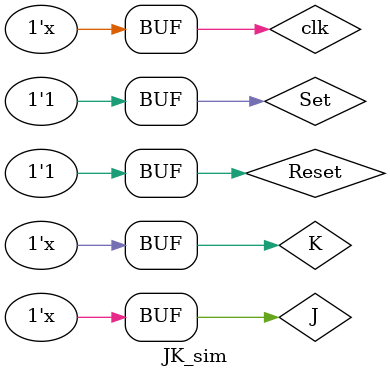
<source format=v>
`timescale 1ns / 1ps
module JK_sim();
reg Reset, Set, clk;
wire Q;
reg J, K;

JK u(clk, Reset, Set, J, K, Q);
initial
    begin
    Reset = 0;
    Set = 0;
    clk = 1;
    J = 0;
    K = 0;
    #80 Reset = 1;
    #40 Set = 1;
    end
always #20{J, K} = {J, K} + 1;
always #10 clk = ~clk;
endmodule
</source>
